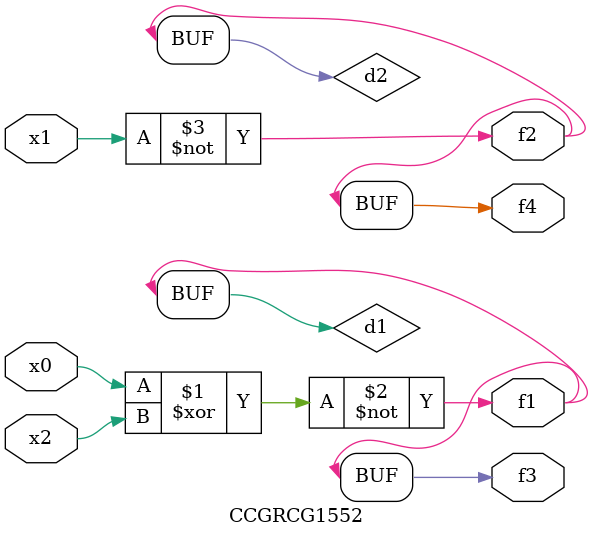
<source format=v>
module CCGRCG1552(
	input x0, x1, x2,
	output f1, f2, f3, f4
);

	wire d1, d2, d3;

	xnor (d1, x0, x2);
	nand (d2, x1);
	nor (d3, x1, x2);
	assign f1 = d1;
	assign f2 = d2;
	assign f3 = d1;
	assign f4 = d2;
endmodule

</source>
